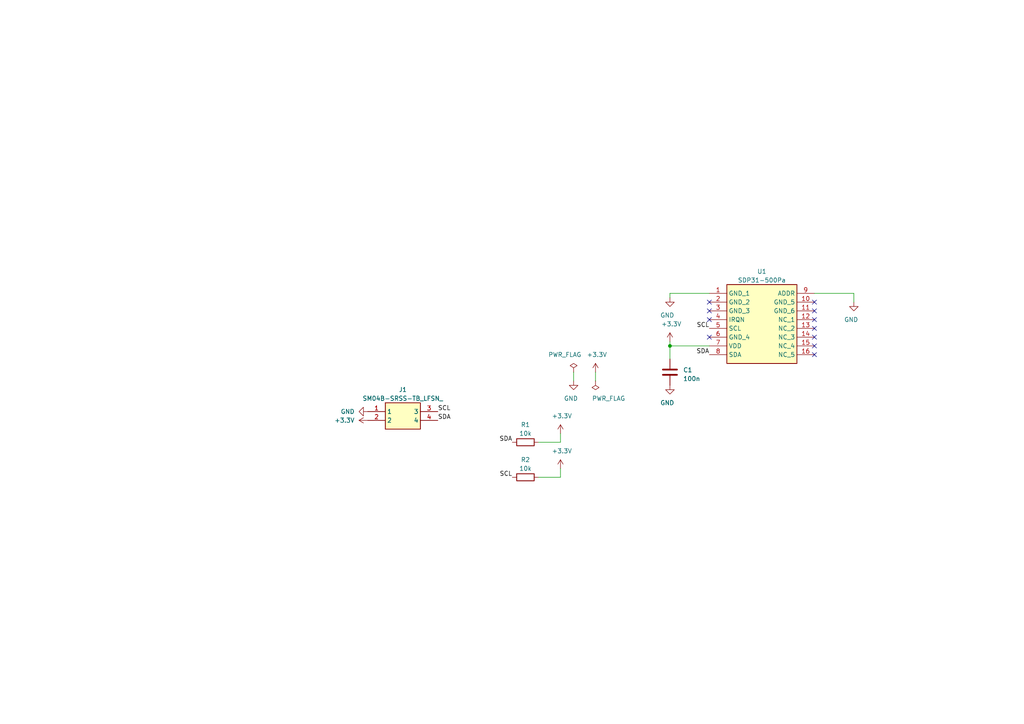
<source format=kicad_sch>
(kicad_sch (version 20230121) (generator eeschema)

  (uuid 7fbbc72f-e42c-43e9-828d-4b4013be40ec)

  (paper "A4")

  (lib_symbols
    (symbol "Device:C" (pin_numbers hide) (pin_names (offset 0.254)) (in_bom yes) (on_board yes)
      (property "Reference" "C" (at 0.635 2.54 0)
        (effects (font (size 1.27 1.27)) (justify left))
      )
      (property "Value" "C" (at 0.635 -2.54 0)
        (effects (font (size 1.27 1.27)) (justify left))
      )
      (property "Footprint" "" (at 0.9652 -3.81 0)
        (effects (font (size 1.27 1.27)) hide)
      )
      (property "Datasheet" "~" (at 0 0 0)
        (effects (font (size 1.27 1.27)) hide)
      )
      (property "ki_keywords" "cap capacitor" (at 0 0 0)
        (effects (font (size 1.27 1.27)) hide)
      )
      (property "ki_description" "Unpolarized capacitor" (at 0 0 0)
        (effects (font (size 1.27 1.27)) hide)
      )
      (property "ki_fp_filters" "C_*" (at 0 0 0)
        (effects (font (size 1.27 1.27)) hide)
      )
      (symbol "C_0_1"
        (polyline
          (pts
            (xy -2.032 -0.762)
            (xy 2.032 -0.762)
          )
          (stroke (width 0.508) (type default))
          (fill (type none))
        )
        (polyline
          (pts
            (xy -2.032 0.762)
            (xy 2.032 0.762)
          )
          (stroke (width 0.508) (type default))
          (fill (type none))
        )
      )
      (symbol "C_1_1"
        (pin passive line (at 0 3.81 270) (length 2.794)
          (name "~" (effects (font (size 1.27 1.27))))
          (number "1" (effects (font (size 1.27 1.27))))
        )
        (pin passive line (at 0 -3.81 90) (length 2.794)
          (name "~" (effects (font (size 1.27 1.27))))
          (number "2" (effects (font (size 1.27 1.27))))
        )
      )
    )
    (symbol "Device:R" (pin_numbers hide) (pin_names (offset 0)) (in_bom yes) (on_board yes)
      (property "Reference" "R" (at 2.032 0 90)
        (effects (font (size 1.27 1.27)))
      )
      (property "Value" "R" (at 0 0 90)
        (effects (font (size 1.27 1.27)))
      )
      (property "Footprint" "" (at -1.778 0 90)
        (effects (font (size 1.27 1.27)) hide)
      )
      (property "Datasheet" "~" (at 0 0 0)
        (effects (font (size 1.27 1.27)) hide)
      )
      (property "ki_keywords" "R res resistor" (at 0 0 0)
        (effects (font (size 1.27 1.27)) hide)
      )
      (property "ki_description" "Resistor" (at 0 0 0)
        (effects (font (size 1.27 1.27)) hide)
      )
      (property "ki_fp_filters" "R_*" (at 0 0 0)
        (effects (font (size 1.27 1.27)) hide)
      )
      (symbol "R_0_1"
        (rectangle (start -1.016 -2.54) (end 1.016 2.54)
          (stroke (width 0.254) (type default))
          (fill (type none))
        )
      )
      (symbol "R_1_1"
        (pin passive line (at 0 3.81 270) (length 1.27)
          (name "~" (effects (font (size 1.27 1.27))))
          (number "1" (effects (font (size 1.27 1.27))))
        )
        (pin passive line (at 0 -3.81 90) (length 1.27)
          (name "~" (effects (font (size 1.27 1.27))))
          (number "2" (effects (font (size 1.27 1.27))))
        )
      )
    )
    (symbol "SDP31-500Pa:SDP31-500Pa" (in_bom yes) (on_board yes)
      (property "Reference" "U" (at 26.67 7.62 0)
        (effects (font (size 1.27 1.27)) (justify left top))
      )
      (property "Value" "SDP31-500Pa" (at 26.67 5.08 0)
        (effects (font (size 1.27 1.27)) (justify left top))
      )
      (property "Footprint" "SDP31-500PA" (at 26.67 -94.92 0)
        (effects (font (size 1.27 1.27)) (justify left top) hide)
      )
      (property "Datasheet" "https://datasheet.datasheetarchive.com/originals/distributors/DKDS-37/728918.pdf" (at 26.67 -194.92 0)
        (effects (font (size 1.27 1.27)) (justify left top) hide)
      )
      (property "Height" "" (at 26.67 -394.92 0)
        (effects (font (size 1.27 1.27)) (justify left top) hide)
      )
      (property "Manufacturer_Name" "Sensirion" (at 26.67 -494.92 0)
        (effects (font (size 1.27 1.27)) (justify left top) hide)
      )
      (property "Manufacturer_Part_Number" "SDP31-500Pa" (at 26.67 -594.92 0)
        (effects (font (size 1.27 1.27)) (justify left top) hide)
      )
      (property "Mouser Part Number" "403-SDP31-500PA" (at 26.67 -694.92 0)
        (effects (font (size 1.27 1.27)) (justify left top) hide)
      )
      (property "Mouser Price/Stock" "https://www.mouser.com/Search/Refine.aspx?Keyword=403-SDP31-500PA" (at 26.67 -794.92 0)
        (effects (font (size 1.27 1.27)) (justify left top) hide)
      )
      (property "Arrow Part Number" "SDP31-500PA" (at 26.67 -894.92 0)
        (effects (font (size 1.27 1.27)) (justify left top) hide)
      )
      (property "Arrow Price/Stock" "https://www.arrow.com/en/products/sdp31-500pa/sensirion-ag" (at 26.67 -994.92 0)
        (effects (font (size 1.27 1.27)) (justify left top) hide)
      )
      (property "ki_description" "SENSIRION - SDP31-500PA - PRESSURE SENSOR, 500PA, 3.3V" (at 0 0 0)
        (effects (font (size 1.27 1.27)) hide)
      )
      (symbol "SDP31-500Pa_1_1"
        (rectangle (start 5.08 2.54) (end 25.4 -20.32)
          (stroke (width 0.254) (type default))
          (fill (type background))
        )
        (pin passive line (at 0 0 0) (length 5.08)
          (name "GND_1" (effects (font (size 1.27 1.27))))
          (number "1" (effects (font (size 1.27 1.27))))
        )
        (pin passive line (at 30.48 -2.54 180) (length 5.08)
          (name "GND_5" (effects (font (size 1.27 1.27))))
          (number "10" (effects (font (size 1.27 1.27))))
        )
        (pin passive line (at 30.48 -5.08 180) (length 5.08)
          (name "GND_6" (effects (font (size 1.27 1.27))))
          (number "11" (effects (font (size 1.27 1.27))))
        )
        (pin passive line (at 30.48 -7.62 180) (length 5.08)
          (name "NC_1" (effects (font (size 1.27 1.27))))
          (number "12" (effects (font (size 1.27 1.27))))
        )
        (pin passive line (at 30.48 -10.16 180) (length 5.08)
          (name "NC_2" (effects (font (size 1.27 1.27))))
          (number "13" (effects (font (size 1.27 1.27))))
        )
        (pin passive line (at 30.48 -12.7 180) (length 5.08)
          (name "NC_3" (effects (font (size 1.27 1.27))))
          (number "14" (effects (font (size 1.27 1.27))))
        )
        (pin passive line (at 30.48 -15.24 180) (length 5.08)
          (name "NC_4" (effects (font (size 1.27 1.27))))
          (number "15" (effects (font (size 1.27 1.27))))
        )
        (pin passive line (at 30.48 -17.78 180) (length 5.08)
          (name "NC_5" (effects (font (size 1.27 1.27))))
          (number "16" (effects (font (size 1.27 1.27))))
        )
        (pin passive line (at 0 -2.54 0) (length 5.08)
          (name "GND_2" (effects (font (size 1.27 1.27))))
          (number "2" (effects (font (size 1.27 1.27))))
        )
        (pin passive line (at 0 -5.08 0) (length 5.08)
          (name "GND_3" (effects (font (size 1.27 1.27))))
          (number "3" (effects (font (size 1.27 1.27))))
        )
        (pin passive line (at 0 -7.62 0) (length 5.08)
          (name "IRQN" (effects (font (size 1.27 1.27))))
          (number "4" (effects (font (size 1.27 1.27))))
        )
        (pin passive line (at 0 -10.16 0) (length 5.08)
          (name "SCL" (effects (font (size 1.27 1.27))))
          (number "5" (effects (font (size 1.27 1.27))))
        )
        (pin passive line (at 0 -12.7 0) (length 5.08)
          (name "GND_4" (effects (font (size 1.27 1.27))))
          (number "6" (effects (font (size 1.27 1.27))))
        )
        (pin passive line (at 0 -15.24 0) (length 5.08)
          (name "VDD" (effects (font (size 1.27 1.27))))
          (number "7" (effects (font (size 1.27 1.27))))
        )
        (pin passive line (at 0 -17.78 0) (length 5.08)
          (name "SDA" (effects (font (size 1.27 1.27))))
          (number "8" (effects (font (size 1.27 1.27))))
        )
        (pin passive line (at 30.48 0 180) (length 5.08)
          (name "ADDR" (effects (font (size 1.27 1.27))))
          (number "9" (effects (font (size 1.27 1.27))))
        )
      )
    )
    (symbol "SM04B-SRSS-TB_LFSN_:SM04B-SRSS-TB_LFSN_" (in_bom yes) (on_board yes)
      (property "Reference" "J" (at 16.51 7.62 0)
        (effects (font (size 1.27 1.27)) (justify left top))
      )
      (property "Value" "SM04B-SRSS-TB_LFSN_" (at 16.51 5.08 0)
        (effects (font (size 1.27 1.27)) (justify left top))
      )
      (property "Footprint" "SM04B-SRSS-TB(LFSN)" (at 16.51 -94.92 0)
        (effects (font (size 1.27 1.27)) (justify left top) hide)
      )
      (property "Datasheet" "" (at 16.51 -194.92 0)
        (effects (font (size 1.27 1.27)) (justify left top) hide)
      )
      (property "Height" "" (at 16.51 -394.92 0)
        (effects (font (size 1.27 1.27)) (justify left top) hide)
      )
      (property "Manufacturer_Name" "JST (JAPAN SOLDERLESS TERMINALS)" (at 16.51 -494.92 0)
        (effects (font (size 1.27 1.27)) (justify left top) hide)
      )
      (property "Manufacturer_Part_Number" "SM04B-SRSS-TB(LFSN)" (at 16.51 -594.92 0)
        (effects (font (size 1.27 1.27)) (justify left top) hide)
      )
      (property "Mouser Part Number" "" (at 16.51 -694.92 0)
        (effects (font (size 1.27 1.27)) (justify left top) hide)
      )
      (property "Mouser Price/Stock" "" (at 16.51 -794.92 0)
        (effects (font (size 1.27 1.27)) (justify left top) hide)
      )
      (property "Arrow Part Number" "" (at 16.51 -894.92 0)
        (effects (font (size 1.27 1.27)) (justify left top) hide)
      )
      (property "Arrow Price/Stock" "" (at 16.51 -994.92 0)
        (effects (font (size 1.27 1.27)) (justify left top) hide)
      )
      (property "ki_description" "4 way side entry SMT header,1mm pitch JST SH Series, 1mm Pitch 4 Way 1 Row Right Angle PCB Header, Solder Termination, 1A" (at 0 0 0)
        (effects (font (size 1.27 1.27)) hide)
      )
      (symbol "SM04B-SRSS-TB_LFSN__1_1"
        (rectangle (start 5.08 2.54) (end 15.24 -5.08)
          (stroke (width 0.254) (type default))
          (fill (type background))
        )
        (pin passive line (at 0 0 0) (length 5.08)
          (name "1" (effects (font (size 1.27 1.27))))
          (number "1" (effects (font (size 1.27 1.27))))
        )
        (pin passive line (at 0 -2.54 0) (length 5.08)
          (name "2" (effects (font (size 1.27 1.27))))
          (number "2" (effects (font (size 1.27 1.27))))
        )
        (pin passive line (at 20.32 0 180) (length 5.08)
          (name "3" (effects (font (size 1.27 1.27))))
          (number "3" (effects (font (size 1.27 1.27))))
        )
        (pin passive line (at 20.32 -2.54 180) (length 5.08)
          (name "4" (effects (font (size 1.27 1.27))))
          (number "4" (effects (font (size 1.27 1.27))))
        )
      )
    )
    (symbol "power:+3.3V" (power) (pin_names (offset 0)) (in_bom yes) (on_board yes)
      (property "Reference" "#PWR" (at 0 -3.81 0)
        (effects (font (size 1.27 1.27)) hide)
      )
      (property "Value" "+3.3V" (at 0 3.556 0)
        (effects (font (size 1.27 1.27)))
      )
      (property "Footprint" "" (at 0 0 0)
        (effects (font (size 1.27 1.27)) hide)
      )
      (property "Datasheet" "" (at 0 0 0)
        (effects (font (size 1.27 1.27)) hide)
      )
      (property "ki_keywords" "global power" (at 0 0 0)
        (effects (font (size 1.27 1.27)) hide)
      )
      (property "ki_description" "Power symbol creates a global label with name \"+3.3V\"" (at 0 0 0)
        (effects (font (size 1.27 1.27)) hide)
      )
      (symbol "+3.3V_0_1"
        (polyline
          (pts
            (xy -0.762 1.27)
            (xy 0 2.54)
          )
          (stroke (width 0) (type default))
          (fill (type none))
        )
        (polyline
          (pts
            (xy 0 0)
            (xy 0 2.54)
          )
          (stroke (width 0) (type default))
          (fill (type none))
        )
        (polyline
          (pts
            (xy 0 2.54)
            (xy 0.762 1.27)
          )
          (stroke (width 0) (type default))
          (fill (type none))
        )
      )
      (symbol "+3.3V_1_1"
        (pin power_in line (at 0 0 90) (length 0) hide
          (name "+3.3V" (effects (font (size 1.27 1.27))))
          (number "1" (effects (font (size 1.27 1.27))))
        )
      )
    )
    (symbol "power:GND" (power) (pin_names (offset 0)) (in_bom yes) (on_board yes)
      (property "Reference" "#PWR" (at 0 -6.35 0)
        (effects (font (size 1.27 1.27)) hide)
      )
      (property "Value" "GND" (at 0 -3.81 0)
        (effects (font (size 1.27 1.27)))
      )
      (property "Footprint" "" (at 0 0 0)
        (effects (font (size 1.27 1.27)) hide)
      )
      (property "Datasheet" "" (at 0 0 0)
        (effects (font (size 1.27 1.27)) hide)
      )
      (property "ki_keywords" "global power" (at 0 0 0)
        (effects (font (size 1.27 1.27)) hide)
      )
      (property "ki_description" "Power symbol creates a global label with name \"GND\" , ground" (at 0 0 0)
        (effects (font (size 1.27 1.27)) hide)
      )
      (symbol "GND_0_1"
        (polyline
          (pts
            (xy 0 0)
            (xy 0 -1.27)
            (xy 1.27 -1.27)
            (xy 0 -2.54)
            (xy -1.27 -1.27)
            (xy 0 -1.27)
          )
          (stroke (width 0) (type default))
          (fill (type none))
        )
      )
      (symbol "GND_1_1"
        (pin power_in line (at 0 0 270) (length 0) hide
          (name "GND" (effects (font (size 1.27 1.27))))
          (number "1" (effects (font (size 1.27 1.27))))
        )
      )
    )
    (symbol "power:PWR_FLAG" (power) (pin_numbers hide) (pin_names (offset 0) hide) (in_bom yes) (on_board yes)
      (property "Reference" "#FLG" (at 0 1.905 0)
        (effects (font (size 1.27 1.27)) hide)
      )
      (property "Value" "PWR_FLAG" (at 0 3.81 0)
        (effects (font (size 1.27 1.27)))
      )
      (property "Footprint" "" (at 0 0 0)
        (effects (font (size 1.27 1.27)) hide)
      )
      (property "Datasheet" "~" (at 0 0 0)
        (effects (font (size 1.27 1.27)) hide)
      )
      (property "ki_keywords" "flag power" (at 0 0 0)
        (effects (font (size 1.27 1.27)) hide)
      )
      (property "ki_description" "Special symbol for telling ERC where power comes from" (at 0 0 0)
        (effects (font (size 1.27 1.27)) hide)
      )
      (symbol "PWR_FLAG_0_0"
        (pin power_out line (at 0 0 90) (length 0)
          (name "pwr" (effects (font (size 1.27 1.27))))
          (number "1" (effects (font (size 1.27 1.27))))
        )
      )
      (symbol "PWR_FLAG_0_1"
        (polyline
          (pts
            (xy 0 0)
            (xy 0 1.27)
            (xy -1.016 1.905)
            (xy 0 2.54)
            (xy 1.016 1.905)
            (xy 0 1.27)
          )
          (stroke (width 0) (type default))
          (fill (type none))
        )
      )
    )
  )

  (junction (at 194.31 100.33) (diameter 0) (color 0 0 0 0)
    (uuid 4bc1a723-2585-46b4-b0e7-bb10235036ee)
  )

  (no_connect (at 236.22 90.17) (uuid 185300de-8191-41f0-8c23-a02540d91f98))
  (no_connect (at 205.74 92.71) (uuid 3033a9b9-9170-4dc3-8e9b-63ac70df5470))
  (no_connect (at 205.74 97.79) (uuid 4ac451f7-43f4-45ce-90f4-937cd523a744))
  (no_connect (at 236.22 102.87) (uuid 57059d90-17e9-4929-9469-29ed5a96b09b))
  (no_connect (at 236.22 87.63) (uuid 65a31ff9-a0b4-4c9f-a048-6df9c9fcbd54))
  (no_connect (at 236.22 100.33) (uuid 9465bf2b-1f24-4c9b-83c4-98e7f720b0b9))
  (no_connect (at 205.74 87.63) (uuid a8015f06-e2dd-4fd6-aac3-e02d110b2a3c))
  (no_connect (at 236.22 95.25) (uuid d00c812e-b624-482f-a8d0-651193dfa893))
  (no_connect (at 236.22 92.71) (uuid d8a8e050-f572-445a-81a5-7a4292c5ed3a))
  (no_connect (at 236.22 97.79) (uuid e5def842-fbff-4f6a-8227-09d4d2151309))
  (no_connect (at 205.74 90.17) (uuid eb7404c0-f5e1-48a2-bf01-99522a097858))

  (wire (pts (xy 247.65 85.09) (xy 247.65 87.63))
    (stroke (width 0) (type default))
    (uuid 0d0d3f42-85f0-4afd-ba15-53bd7f75d614)
  )
  (wire (pts (xy 205.74 85.09) (xy 194.31 85.09))
    (stroke (width 0) (type default))
    (uuid 2176974b-c1ca-4a6a-80a0-47a6b06df94b)
  )
  (wire (pts (xy 166.37 107.95) (xy 166.37 110.49))
    (stroke (width 0) (type default))
    (uuid 2d00fe02-7328-4350-8b63-89bb29b0a1df)
  )
  (wire (pts (xy 162.56 135.89) (xy 162.56 138.43))
    (stroke (width 0) (type default))
    (uuid 4432358d-4f17-4576-bdda-5bd62cbdab6f)
  )
  (wire (pts (xy 205.74 100.33) (xy 194.31 100.33))
    (stroke (width 0) (type default))
    (uuid 53f7429c-0fc6-49c0-91e8-61223eedd917)
  )
  (wire (pts (xy 194.31 100.33) (xy 194.31 104.14))
    (stroke (width 0) (type default))
    (uuid 6b0b4d7c-e3ac-404f-a8ad-8c81315349e2)
  )
  (wire (pts (xy 172.72 107.95) (xy 172.72 110.49))
    (stroke (width 0) (type default))
    (uuid 6db5894c-c98e-4691-9648-400b8281f217)
  )
  (wire (pts (xy 236.22 85.09) (xy 247.65 85.09))
    (stroke (width 0) (type default))
    (uuid 78535141-4cc9-4212-b563-b8c33341bc69)
  )
  (wire (pts (xy 194.31 99.06) (xy 194.31 100.33))
    (stroke (width 0) (type default))
    (uuid 925fe43b-69c2-4667-b52f-9157d34ea3c6)
  )
  (wire (pts (xy 162.56 125.73) (xy 162.56 128.27))
    (stroke (width 0) (type default))
    (uuid 9b381ab9-9b58-4adc-8fb1-db3ba75d8e5d)
  )
  (wire (pts (xy 194.31 85.09) (xy 194.31 86.36))
    (stroke (width 0) (type default))
    (uuid a38e41c6-83a9-4311-8b91-243507456e07)
  )
  (wire (pts (xy 156.21 128.27) (xy 162.56 128.27))
    (stroke (width 0) (type default))
    (uuid d5e13b27-1ab2-412d-9bf7-256a4a312afb)
  )
  (wire (pts (xy 156.21 138.43) (xy 162.56 138.43))
    (stroke (width 0) (type default))
    (uuid fe66e710-98a2-4b32-aa19-f279fed9e99f)
  )

  (label "SCL" (at 205.74 95.25 180) (fields_autoplaced)
    (effects (font (size 1.27 1.27)) (justify right bottom))
    (uuid 24997efd-0f7e-42bb-80e1-b8e4a16b9da4)
  )
  (label "SDA" (at 127 121.92 0) (fields_autoplaced)
    (effects (font (size 1.27 1.27)) (justify left bottom))
    (uuid 4e99df5a-12a9-4087-91e7-0c884efd71a0)
  )
  (label "SDA" (at 205.74 102.87 180) (fields_autoplaced)
    (effects (font (size 1.27 1.27)) (justify right bottom))
    (uuid 54013938-df7c-4324-b3b5-a17f2f5bcf2a)
  )
  (label "SCL" (at 148.59 138.43 180) (fields_autoplaced)
    (effects (font (size 1.27 1.27)) (justify right bottom))
    (uuid 8bbd633b-1637-49fc-a8f2-1ac680b13cf6)
  )
  (label "SCL" (at 127 119.38 0) (fields_autoplaced)
    (effects (font (size 1.27 1.27)) (justify left bottom))
    (uuid d6a034ad-e9ac-4e5a-826d-f54477bd1e05)
  )
  (label "SDA" (at 148.59 128.27 180) (fields_autoplaced)
    (effects (font (size 1.27 1.27)) (justify right bottom))
    (uuid dc49c69b-c09e-4bd9-b368-2cc21837b55c)
  )

  (symbol (lib_id "power:+3.3V") (at 162.56 135.89 0) (unit 1)
    (in_bom yes) (on_board yes) (dnp no)
    (uuid 028ffa9c-869c-4276-9ba5-5f1cebe73fa0)
    (property "Reference" "#PWR08" (at 162.56 139.7 0)
      (effects (font (size 1.27 1.27)) hide)
    )
    (property "Value" "+3.3V" (at 160.02 130.81 0)
      (effects (font (size 1.27 1.27)) (justify left))
    )
    (property "Footprint" "" (at 162.56 135.89 0)
      (effects (font (size 1.27 1.27)) hide)
    )
    (property "Datasheet" "" (at 162.56 135.89 0)
      (effects (font (size 1.27 1.27)) hide)
    )
    (pin "1" (uuid 5383033e-da2b-4cac-88a5-e552f5e821a7))
    (instances
      (project "DifferentialPressure"
        (path "/7fbbc72f-e42c-43e9-828d-4b4013be40ec"
          (reference "#PWR08") (unit 1)
        )
      )
    )
  )

  (symbol (lib_id "power:GND") (at 194.31 111.76 0) (unit 1)
    (in_bom yes) (on_board yes) (dnp no)
    (uuid 1339f945-cba0-4121-98b4-a1b14148a61f)
    (property "Reference" "#PWR09" (at 194.31 118.11 0)
      (effects (font (size 1.27 1.27)) hide)
    )
    (property "Value" "GND" (at 195.58 116.84 0)
      (effects (font (size 1.27 1.27)) (justify right))
    )
    (property "Footprint" "" (at 194.31 111.76 0)
      (effects (font (size 1.27 1.27)) hide)
    )
    (property "Datasheet" "" (at 194.31 111.76 0)
      (effects (font (size 1.27 1.27)) hide)
    )
    (pin "1" (uuid 938345e1-c8d8-4f98-91c7-05d50948acd1))
    (instances
      (project "DifferentialPressure"
        (path "/7fbbc72f-e42c-43e9-828d-4b4013be40ec"
          (reference "#PWR09") (unit 1)
        )
      )
    )
  )

  (symbol (lib_id "Device:C") (at 194.31 107.95 0) (unit 1)
    (in_bom yes) (on_board yes) (dnp no) (fields_autoplaced)
    (uuid 191e1f19-e036-4b9e-a6ac-4a8769355f3b)
    (property "Reference" "C1" (at 198.12 107.315 0)
      (effects (font (size 1.27 1.27)) (justify left))
    )
    (property "Value" "100n" (at 198.12 109.855 0)
      (effects (font (size 1.27 1.27)) (justify left))
    )
    (property "Footprint" "Capacitor_SMD:C_0603_1608Metric" (at 195.2752 111.76 0)
      (effects (font (size 1.27 1.27)) hide)
    )
    (property "Datasheet" "~" (at 194.31 107.95 0)
      (effects (font (size 1.27 1.27)) hide)
    )
    (pin "1" (uuid 99d26106-d48f-4dca-8926-01b18d981e5f))
    (pin "2" (uuid 2c6a822d-18d9-4489-844b-f95b2e23ed1a))
    (instances
      (project "DifferentialPressure"
        (path "/7fbbc72f-e42c-43e9-828d-4b4013be40ec"
          (reference "C1") (unit 1)
        )
      )
    )
  )

  (symbol (lib_id "power:GND") (at 106.68 119.38 270) (unit 1)
    (in_bom yes) (on_board yes) (dnp no)
    (uuid 2788910c-ec3a-4526-a7cd-f1f2639d1a09)
    (property "Reference" "#PWR01" (at 100.33 119.38 0)
      (effects (font (size 1.27 1.27)) hide)
    )
    (property "Value" "GND" (at 102.87 119.38 90)
      (effects (font (size 1.27 1.27)) (justify right))
    )
    (property "Footprint" "" (at 106.68 119.38 0)
      (effects (font (size 1.27 1.27)) hide)
    )
    (property "Datasheet" "" (at 106.68 119.38 0)
      (effects (font (size 1.27 1.27)) hide)
    )
    (pin "1" (uuid ced71d9c-5b00-4b2e-8c13-2a31422d307b))
    (instances
      (project "DifferentialPressure"
        (path "/7fbbc72f-e42c-43e9-828d-4b4013be40ec"
          (reference "#PWR01") (unit 1)
        )
      )
    )
  )

  (symbol (lib_id "power:GND") (at 247.65 87.63 0) (unit 1)
    (in_bom yes) (on_board yes) (dnp no)
    (uuid 2974f63b-a49a-4284-b5b6-fea261798dbe)
    (property "Reference" "#PWR06" (at 247.65 93.98 0)
      (effects (font (size 1.27 1.27)) hide)
    )
    (property "Value" "GND" (at 248.92 92.71 0)
      (effects (font (size 1.27 1.27)) (justify right))
    )
    (property "Footprint" "" (at 247.65 87.63 0)
      (effects (font (size 1.27 1.27)) hide)
    )
    (property "Datasheet" "" (at 247.65 87.63 0)
      (effects (font (size 1.27 1.27)) hide)
    )
    (pin "1" (uuid 768e98a0-cd7d-4185-958d-b89823f9885f))
    (instances
      (project "DifferentialPressure"
        (path "/7fbbc72f-e42c-43e9-828d-4b4013be40ec"
          (reference "#PWR06") (unit 1)
        )
      )
    )
  )

  (symbol (lib_id "power:+3.3V") (at 106.68 121.92 90) (unit 1)
    (in_bom yes) (on_board yes) (dnp no)
    (uuid 3919685f-695a-42ba-90f2-42a25efc1a0b)
    (property "Reference" "#PWR02" (at 110.49 121.92 0)
      (effects (font (size 1.27 1.27)) hide)
    )
    (property "Value" "+3.3V" (at 102.87 121.92 90)
      (effects (font (size 1.27 1.27)) (justify left))
    )
    (property "Footprint" "" (at 106.68 121.92 0)
      (effects (font (size 1.27 1.27)) hide)
    )
    (property "Datasheet" "" (at 106.68 121.92 0)
      (effects (font (size 1.27 1.27)) hide)
    )
    (pin "1" (uuid a5a8c2da-10ab-4670-8518-ffca3c69e388))
    (instances
      (project "DifferentialPressure"
        (path "/7fbbc72f-e42c-43e9-828d-4b4013be40ec"
          (reference "#PWR02") (unit 1)
        )
      )
    )
  )

  (symbol (lib_id "power:+3.3V") (at 162.56 125.73 0) (unit 1)
    (in_bom yes) (on_board yes) (dnp no)
    (uuid 3e980ac0-0421-4f54-80c6-4e72e428c540)
    (property "Reference" "#PWR07" (at 162.56 129.54 0)
      (effects (font (size 1.27 1.27)) hide)
    )
    (property "Value" "+3.3V" (at 160.02 120.65 0)
      (effects (font (size 1.27 1.27)) (justify left))
    )
    (property "Footprint" "" (at 162.56 125.73 0)
      (effects (font (size 1.27 1.27)) hide)
    )
    (property "Datasheet" "" (at 162.56 125.73 0)
      (effects (font (size 1.27 1.27)) hide)
    )
    (pin "1" (uuid d0e5845f-da1c-4b5d-8c17-9f354530f021))
    (instances
      (project "DifferentialPressure"
        (path "/7fbbc72f-e42c-43e9-828d-4b4013be40ec"
          (reference "#PWR07") (unit 1)
        )
      )
    )
  )

  (symbol (lib_id "SM04B-SRSS-TB_LFSN_:SM04B-SRSS-TB_LFSN_") (at 106.68 119.38 0) (unit 1)
    (in_bom yes) (on_board yes) (dnp no) (fields_autoplaced)
    (uuid 5771cae0-fb36-4f8b-b7d2-6d50d35e447a)
    (property "Reference" "J1" (at 116.84 113.03 0)
      (effects (font (size 1.27 1.27)))
    )
    (property "Value" "SM04B-SRSS-TB_LFSN_" (at 116.84 115.57 0)
      (effects (font (size 1.27 1.27)))
    )
    (property "Footprint" "SM04B:SM04B-SRSS-TB_LFSN_" (at 123.19 214.3 0)
      (effects (font (size 1.27 1.27)) (justify left top) hide)
    )
    (property "Datasheet" "" (at 123.19 314.3 0)
      (effects (font (size 1.27 1.27)) (justify left top) hide)
    )
    (property "Height" "" (at 123.19 514.3 0)
      (effects (font (size 1.27 1.27)) (justify left top) hide)
    )
    (property "Manufacturer_Name" "JST (JAPAN SOLDERLESS TERMINALS)" (at 123.19 614.3 0)
      (effects (font (size 1.27 1.27)) (justify left top) hide)
    )
    (property "Manufacturer_Part_Number" "SM04B-SRSS-TB(LFSN)" (at 123.19 714.3 0)
      (effects (font (size 1.27 1.27)) (justify left top) hide)
    )
    (property "Mouser Part Number" "" (at 123.19 814.3 0)
      (effects (font (size 1.27 1.27)) (justify left top) hide)
    )
    (property "Mouser Price/Stock" "" (at 123.19 914.3 0)
      (effects (font (size 1.27 1.27)) (justify left top) hide)
    )
    (property "Arrow Part Number" "" (at 123.19 1014.3 0)
      (effects (font (size 1.27 1.27)) (justify left top) hide)
    )
    (property "Arrow Price/Stock" "" (at 123.19 1114.3 0)
      (effects (font (size 1.27 1.27)) (justify left top) hide)
    )
    (pin "1" (uuid 27286db9-a74c-4be2-acb9-d9e91527855c))
    (pin "2" (uuid 4adb2b0f-0c4e-489d-bf41-fcc5927eb02d))
    (pin "3" (uuid 7e910b6f-f33c-4ffc-8c5b-1e85f90adc91))
    (pin "4" (uuid acc885f4-ab3a-49a3-9337-634c7d849200))
    (instances
      (project "DifferentialPressure"
        (path "/7fbbc72f-e42c-43e9-828d-4b4013be40ec"
          (reference "J1") (unit 1)
        )
      )
    )
  )

  (symbol (lib_id "Device:R") (at 152.4 128.27 90) (unit 1)
    (in_bom yes) (on_board yes) (dnp no) (fields_autoplaced)
    (uuid 6a7fcc5d-fcb8-4a9a-be8e-bf7f3530463d)
    (property "Reference" "R1" (at 152.4 123.19 90)
      (effects (font (size 1.27 1.27)))
    )
    (property "Value" "10k" (at 152.4 125.73 90)
      (effects (font (size 1.27 1.27)))
    )
    (property "Footprint" "Resistor_SMD:R_0603_1608Metric" (at 152.4 130.048 90)
      (effects (font (size 1.27 1.27)) hide)
    )
    (property "Datasheet" "~" (at 152.4 128.27 0)
      (effects (font (size 1.27 1.27)) hide)
    )
    (pin "1" (uuid e032b431-ae59-4f08-98d7-20bd79b54ca0))
    (pin "2" (uuid 3e489a1b-1c25-4d57-958b-6ed84ac4b694))
    (instances
      (project "DifferentialPressure"
        (path "/7fbbc72f-e42c-43e9-828d-4b4013be40ec"
          (reference "R1") (unit 1)
        )
      )
    )
  )

  (symbol (lib_id "power:PWR_FLAG") (at 166.37 107.95 0) (unit 1)
    (in_bom yes) (on_board yes) (dnp no)
    (uuid 8430c0f7-2738-421d-abba-96190a8d6b3a)
    (property "Reference" "#FLG01" (at 166.37 106.045 0)
      (effects (font (size 1.27 1.27)) hide)
    )
    (property "Value" "PWR_FLAG" (at 163.83 102.87 0)
      (effects (font (size 1.27 1.27)))
    )
    (property "Footprint" "" (at 166.37 107.95 0)
      (effects (font (size 1.27 1.27)) hide)
    )
    (property "Datasheet" "~" (at 166.37 107.95 0)
      (effects (font (size 1.27 1.27)) hide)
    )
    (pin "1" (uuid 7e099817-2c00-4957-a489-efcaa8c89643))
    (instances
      (project "DifferentialPressure"
        (path "/7fbbc72f-e42c-43e9-828d-4b4013be40ec"
          (reference "#FLG01") (unit 1)
        )
      )
    )
  )

  (symbol (lib_id "power:+3.3V") (at 172.72 107.95 0) (unit 1)
    (in_bom yes) (on_board yes) (dnp no)
    (uuid 8bfed798-5768-40ac-bcbf-1d6bda152fbd)
    (property "Reference" "#PWR04" (at 172.72 111.76 0)
      (effects (font (size 1.27 1.27)) hide)
    )
    (property "Value" "+3.3V" (at 170.18 102.87 0)
      (effects (font (size 1.27 1.27)) (justify left))
    )
    (property "Footprint" "" (at 172.72 107.95 0)
      (effects (font (size 1.27 1.27)) hide)
    )
    (property "Datasheet" "" (at 172.72 107.95 0)
      (effects (font (size 1.27 1.27)) hide)
    )
    (pin "1" (uuid 51f59a0a-6f75-414a-baa4-3fab8d9c87d7))
    (instances
      (project "DifferentialPressure"
        (path "/7fbbc72f-e42c-43e9-828d-4b4013be40ec"
          (reference "#PWR04") (unit 1)
        )
      )
    )
  )

  (symbol (lib_id "power:GND") (at 194.31 86.36 0) (unit 1)
    (in_bom yes) (on_board yes) (dnp no)
    (uuid 946655e8-c853-4f1a-b7bf-2539f2bfb728)
    (property "Reference" "#PWR010" (at 194.31 92.71 0)
      (effects (font (size 1.27 1.27)) hide)
    )
    (property "Value" "GND" (at 195.58 91.44 0)
      (effects (font (size 1.27 1.27)) (justify right))
    )
    (property "Footprint" "" (at 194.31 86.36 0)
      (effects (font (size 1.27 1.27)) hide)
    )
    (property "Datasheet" "" (at 194.31 86.36 0)
      (effects (font (size 1.27 1.27)) hide)
    )
    (pin "1" (uuid 16f7549a-a09a-4b58-98b6-e136d1820cb2))
    (instances
      (project "DifferentialPressure"
        (path "/7fbbc72f-e42c-43e9-828d-4b4013be40ec"
          (reference "#PWR010") (unit 1)
        )
      )
    )
  )

  (symbol (lib_id "SDP31-500Pa:SDP31-500Pa") (at 205.74 85.09 0) (unit 1)
    (in_bom yes) (on_board yes) (dnp no) (fields_autoplaced)
    (uuid ad975e5b-df88-4804-bf1d-27ff582d22ea)
    (property "Reference" "U1" (at 220.98 78.74 0)
      (effects (font (size 1.27 1.27)))
    )
    (property "Value" "SDP31-500Pa" (at 220.98 81.28 0)
      (effects (font (size 1.27 1.27)))
    )
    (property "Footprint" "sdp31:SDP31-500PA" (at 232.41 180.01 0)
      (effects (font (size 1.27 1.27)) (justify left top) hide)
    )
    (property "Datasheet" "https://datasheet.datasheetarchive.com/originals/distributors/DKDS-37/728918.pdf" (at 232.41 280.01 0)
      (effects (font (size 1.27 1.27)) (justify left top) hide)
    )
    (property "Height" "" (at 232.41 480.01 0)
      (effects (font (size 1.27 1.27)) (justify left top) hide)
    )
    (property "Manufacturer_Name" "Sensirion" (at 232.41 580.01 0)
      (effects (font (size 1.27 1.27)) (justify left top) hide)
    )
    (property "Manufacturer_Part_Number" "SDP31-500Pa" (at 232.41 680.01 0)
      (effects (font (size 1.27 1.27)) (justify left top) hide)
    )
    (property "Mouser Part Number" "403-SDP31-500PA" (at 232.41 780.01 0)
      (effects (font (size 1.27 1.27)) (justify left top) hide)
    )
    (property "Mouser Price/Stock" "https://www.mouser.com/Search/Refine.aspx?Keyword=403-SDP31-500PA" (at 232.41 880.01 0)
      (effects (font (size 1.27 1.27)) (justify left top) hide)
    )
    (property "Arrow Part Number" "SDP31-500PA" (at 232.41 980.01 0)
      (effects (font (size 1.27 1.27)) (justify left top) hide)
    )
    (property "Arrow Price/Stock" "https://www.arrow.com/en/products/sdp31-500pa/sensirion-ag" (at 232.41 1080.01 0)
      (effects (font (size 1.27 1.27)) (justify left top) hide)
    )
    (pin "1" (uuid 7826acca-f908-40c3-bdd8-39c69de9e057))
    (pin "10" (uuid d3689cb1-f8a3-42d0-b3e6-e9a803d7c2ca))
    (pin "11" (uuid b40f9d0e-a3ab-461f-9f52-28618cfc3767))
    (pin "12" (uuid cd03e703-c178-4e97-8464-993580d4bea2))
    (pin "13" (uuid 5ace4e72-5dd6-4ec1-a2b3-5632cd2feb6c))
    (pin "14" (uuid d2a87687-f4b5-47cc-81f8-e3d49792f756))
    (pin "15" (uuid 3b385197-1c47-4090-a727-efe9b0d3111b))
    (pin "16" (uuid e3ea7130-3a34-458a-946a-e3c578b7f5ce))
    (pin "2" (uuid 5d12c9be-cbb6-4956-85fc-92ac76a7246e))
    (pin "3" (uuid 4fed779c-7c58-4349-baba-5395a04cb058))
    (pin "4" (uuid 6988759e-b0e1-497c-95d4-40e88718cd86))
    (pin "5" (uuid 0f749a93-4057-41c7-b0ae-9af5b503e8b7))
    (pin "6" (uuid 6cbf5a24-773c-441c-a9d3-a9c2c3e729bd))
    (pin "7" (uuid 2dbe55cd-1da3-4fc8-bc2a-6639e9dae758))
    (pin "8" (uuid ccb1ce00-a48b-4db1-a28b-b8c2b83afd73))
    (pin "9" (uuid be20d577-d867-4b5c-a6b8-1a28a1907081))
    (instances
      (project "DifferentialPressure"
        (path "/7fbbc72f-e42c-43e9-828d-4b4013be40ec"
          (reference "U1") (unit 1)
        )
      )
    )
  )

  (symbol (lib_id "power:+3.3V") (at 194.31 99.06 0) (unit 1)
    (in_bom yes) (on_board yes) (dnp no)
    (uuid ade87570-abd2-4367-964d-7bbb3b45123e)
    (property "Reference" "#PWR05" (at 194.31 102.87 0)
      (effects (font (size 1.27 1.27)) hide)
    )
    (property "Value" "+3.3V" (at 191.77 93.98 0)
      (effects (font (size 1.27 1.27)) (justify left))
    )
    (property "Footprint" "" (at 194.31 99.06 0)
      (effects (font (size 1.27 1.27)) hide)
    )
    (property "Datasheet" "" (at 194.31 99.06 0)
      (effects (font (size 1.27 1.27)) hide)
    )
    (pin "1" (uuid 025d3d8a-5432-4f02-a0f9-82bd82aa2e80))
    (instances
      (project "DifferentialPressure"
        (path "/7fbbc72f-e42c-43e9-828d-4b4013be40ec"
          (reference "#PWR05") (unit 1)
        )
      )
    )
  )

  (symbol (lib_id "power:GND") (at 166.37 110.49 0) (unit 1)
    (in_bom yes) (on_board yes) (dnp no)
    (uuid cc13ebfb-25dc-40ee-a11a-825a87d00089)
    (property "Reference" "#PWR03" (at 166.37 116.84 0)
      (effects (font (size 1.27 1.27)) hide)
    )
    (property "Value" "GND" (at 167.64 115.57 0)
      (effects (font (size 1.27 1.27)) (justify right))
    )
    (property "Footprint" "" (at 166.37 110.49 0)
      (effects (font (size 1.27 1.27)) hide)
    )
    (property "Datasheet" "" (at 166.37 110.49 0)
      (effects (font (size 1.27 1.27)) hide)
    )
    (pin "1" (uuid d547c32c-8aaf-4d8d-bfbc-7aaa9db03fe8))
    (instances
      (project "DifferentialPressure"
        (path "/7fbbc72f-e42c-43e9-828d-4b4013be40ec"
          (reference "#PWR03") (unit 1)
        )
      )
    )
  )

  (symbol (lib_id "Device:R") (at 152.4 138.43 90) (unit 1)
    (in_bom yes) (on_board yes) (dnp no) (fields_autoplaced)
    (uuid cc8542cf-0ae4-4b3a-9c32-4b50db01d781)
    (property "Reference" "R2" (at 152.4 133.35 90)
      (effects (font (size 1.27 1.27)))
    )
    (property "Value" "10k" (at 152.4 135.89 90)
      (effects (font (size 1.27 1.27)))
    )
    (property "Footprint" "Resistor_SMD:R_0603_1608Metric" (at 152.4 140.208 90)
      (effects (font (size 1.27 1.27)) hide)
    )
    (property "Datasheet" "~" (at 152.4 138.43 0)
      (effects (font (size 1.27 1.27)) hide)
    )
    (pin "1" (uuid bc5a3762-3f7a-4325-b52e-9f198d3f5c8e))
    (pin "2" (uuid d65f1fc1-e8ad-4d93-8897-894245840a49))
    (instances
      (project "DifferentialPressure"
        (path "/7fbbc72f-e42c-43e9-828d-4b4013be40ec"
          (reference "R2") (unit 1)
        )
      )
    )
  )

  (symbol (lib_id "power:PWR_FLAG") (at 172.72 110.49 180) (unit 1)
    (in_bom yes) (on_board yes) (dnp no)
    (uuid d0e8cb0b-705a-4afd-b927-e24f71bfc48d)
    (property "Reference" "#FLG02" (at 172.72 112.395 0)
      (effects (font (size 1.27 1.27)) hide)
    )
    (property "Value" "PWR_FLAG" (at 176.53 115.57 0)
      (effects (font (size 1.27 1.27)))
    )
    (property "Footprint" "" (at 172.72 110.49 0)
      (effects (font (size 1.27 1.27)) hide)
    )
    (property "Datasheet" "~" (at 172.72 110.49 0)
      (effects (font (size 1.27 1.27)) hide)
    )
    (pin "1" (uuid 616f0242-d26b-469a-97a6-b7e1ad291418))
    (instances
      (project "DifferentialPressure"
        (path "/7fbbc72f-e42c-43e9-828d-4b4013be40ec"
          (reference "#FLG02") (unit 1)
        )
      )
    )
  )

  (sheet_instances
    (path "/" (page "1"))
  )
)

</source>
